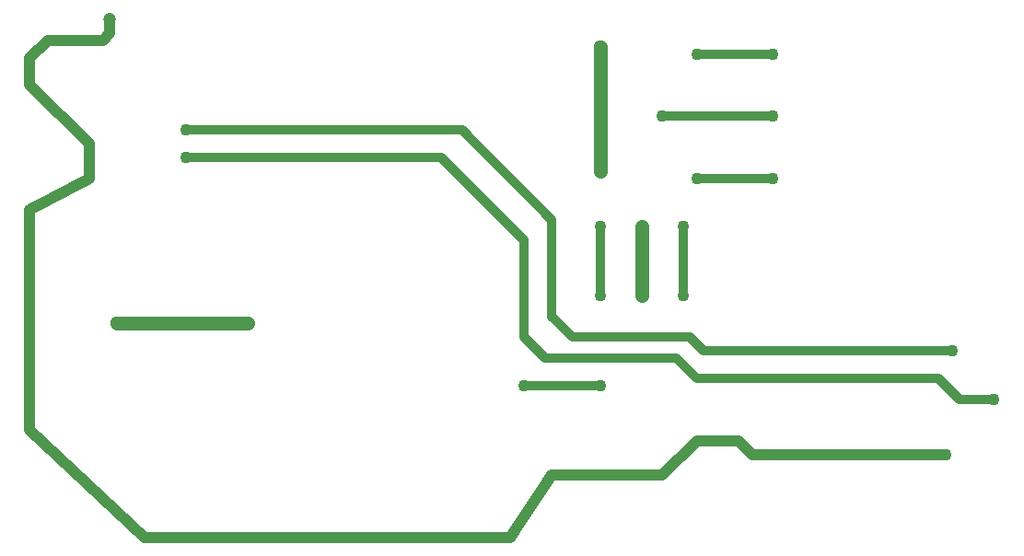
<source format=gtl>
G04 EAGLE Gerber X2 export*
G75*
%MOMM*%
%FSLAX34Y34*%
%LPD*%
%AMOC8*
5,1,8,0,0,1.08239X$1,22.5*%
G01*
%ADD10C,1.300000*%
%ADD11C,1.270000*%
%ADD12C,1.100000*%
%ADD13C,1.016000*%
%ADD14C,1.200000*%
%ADD15C,0.812800*%


D10*
X95250Y215900D03*
X215900Y215900D03*
D11*
X95250Y215900D01*
D12*
X577850Y304800D03*
D11*
X577850Y241300D01*
D12*
X577850Y241300D03*
D10*
X539750Y469900D03*
D11*
X539750Y355600D01*
D10*
X539750Y355600D03*
D13*
X120650Y19050D02*
X15240Y118110D01*
X120650Y19050D02*
X457200Y19050D01*
X495300Y76200D01*
X15240Y118110D02*
X15240Y320040D01*
X495300Y76200D02*
X596900Y76200D01*
X628650Y107950D01*
X666750Y107950D01*
X679450Y95250D01*
X857250Y95250D01*
D12*
X857250Y95250D03*
D13*
X69850Y349250D02*
X15240Y320040D01*
X69850Y349250D02*
X69850Y381000D01*
X15240Y435610D01*
X15240Y459740D01*
X31750Y476250D01*
D14*
X88900Y495300D03*
D13*
X82550Y476250D02*
X31750Y476250D01*
X82550Y476250D02*
X88900Y482600D01*
X88900Y495300D01*
D12*
X539750Y304800D03*
D15*
X539750Y241300D01*
D12*
X539750Y241300D03*
X596900Y406400D03*
D15*
X698500Y406400D01*
D12*
X698500Y406400D03*
X615950Y304800D03*
D15*
X615950Y241300D01*
D12*
X615950Y241300D03*
D15*
X488950Y184150D02*
X469900Y203200D01*
X488950Y184150D02*
X609600Y184150D01*
X628650Y165100D01*
X469900Y203200D02*
X469900Y292100D01*
X393700Y368300D02*
X158750Y368300D01*
D12*
X158750Y368300D03*
D15*
X393700Y368300D02*
X469900Y292100D01*
X628650Y165100D02*
X850900Y165100D01*
X869950Y146050D01*
X901700Y146050D01*
D12*
X901700Y146050D03*
X469900Y158750D03*
D15*
X539750Y158750D01*
D12*
X539750Y158750D03*
X628650Y463550D03*
D15*
X698500Y463550D01*
D12*
X698500Y463550D03*
X628650Y349250D03*
D15*
X698500Y349250D01*
D12*
X698500Y349250D03*
D15*
X622300Y203200D02*
X514350Y203200D01*
X622300Y203200D02*
X635000Y190500D01*
X514350Y203200D02*
X495300Y222250D01*
X412750Y393700D02*
X158750Y393700D01*
D12*
X158750Y393700D03*
D15*
X495300Y311150D02*
X495300Y222250D01*
X495300Y311150D02*
X412750Y393700D01*
X635000Y190500D02*
X863600Y190500D01*
D12*
X863600Y190500D03*
M02*

</source>
